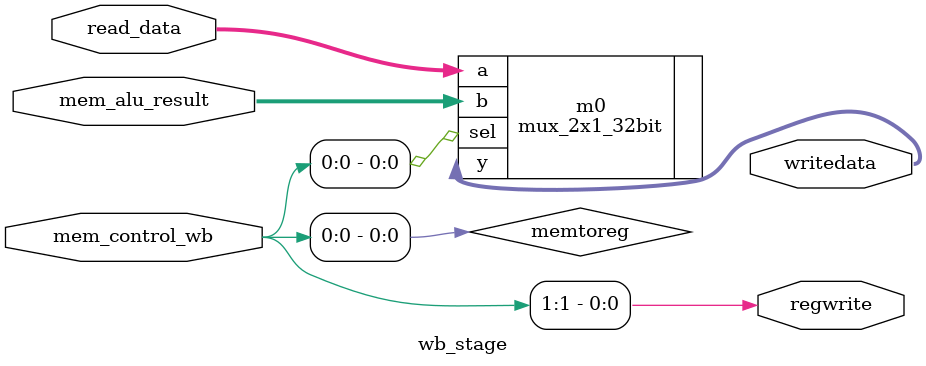
<source format=v>
`timescale 1ns / 1ps


module wb_stage(
    input wire [1:0] mem_control_wb,
    input wire [31:0] read_data,
    input wire [31:0] mem_alu_result,
    output wire regwrite,
    output wire [31:0] writedata
    );
    
    wire memtoreg;
    assign regwrite = mem_control_wb[1];
    assign memtoreg = mem_control_wb[0];
    
    mux_2x1_32bit m0(
    .a(read_data),
    .b(mem_alu_result),
    .sel(memtoreg),
    .y(writedata)
    ); 
    
endmodule

</source>
